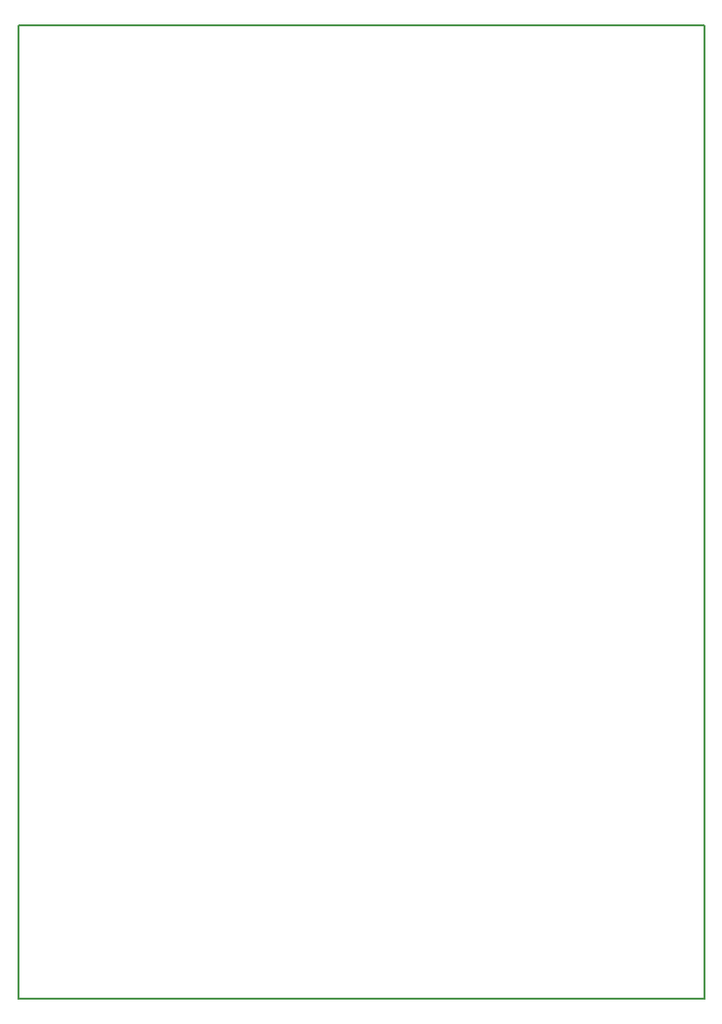
<source format=gbr>
G04 #@! TF.GenerationSoftware,KiCad,Pcbnew,(5.0.1)-rc2*
G04 #@! TF.CreationDate,2018-11-16T12:43:19-05:00*
G04 #@! TF.ProjectId,ASDR,415344522E6B696361645F7063620000,rev?*
G04 #@! TF.SameCoordinates,Original*
G04 #@! TF.FileFunction,Profile,NP*
%FSLAX46Y46*%
G04 Gerber Fmt 4.6, Leading zero omitted, Abs format (unit mm)*
G04 Created by KiCad (PCBNEW (5.0.1)-rc2) date 11/16/2018 12:43:19 PM*
%MOMM*%
%LPD*%
G01*
G04 APERTURE LIST*
%ADD10C,0.150000*%
G04 APERTURE END LIST*
D10*
X111760000Y-78232000D02*
X111760000Y-162941000D01*
X171450000Y-78232000D02*
X111760000Y-78232000D01*
X171450000Y-162941000D02*
X171450000Y-78232000D01*
X111760000Y-162941000D02*
X171450000Y-162941000D01*
M02*

</source>
